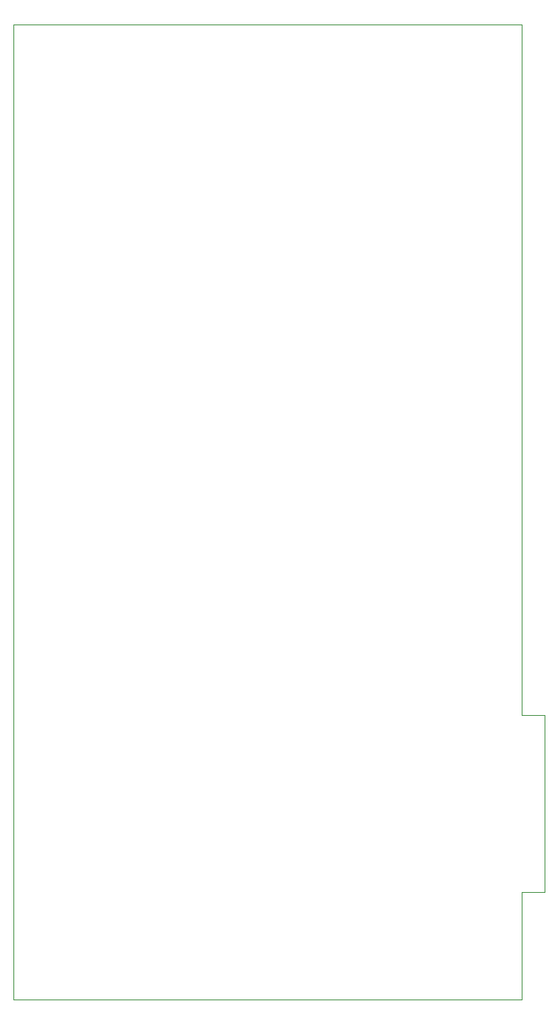
<source format=gbr>
%TF.GenerationSoftware,KiCad,Pcbnew,8.0.8*%
%TF.CreationDate,2025-02-20T18:56:18-05:00*%
%TF.ProjectId,pcb_v3,7063625f-7633-42e6-9b69-6361645f7063,rev?*%
%TF.SameCoordinates,Original*%
%TF.FileFunction,Profile,NP*%
%FSLAX46Y46*%
G04 Gerber Fmt 4.6, Leading zero omitted, Abs format (unit mm)*
G04 Created by KiCad (PCBNEW 8.0.8) date 2025-02-20 18:56:18*
%MOMM*%
%LPD*%
G01*
G04 APERTURE LIST*
%TA.AperFunction,Profile*%
%ADD10C,0.050000*%
%TD*%
G04 APERTURE END LIST*
D10*
X98500000Y-153500000D02*
X98500000Y-155500000D01*
X153000000Y-153500000D02*
X153000000Y-155500000D01*
X98500000Y-51000000D02*
X98500000Y-153500000D01*
X153000000Y-125000000D02*
X153000000Y-51000000D01*
X155500000Y-125000000D02*
X155500000Y-144000000D01*
X153000000Y-144000000D02*
X153000000Y-153500000D01*
X153000000Y-125000000D02*
X155500000Y-125000000D01*
X155500000Y-144000000D02*
X153000000Y-144000000D01*
X153000000Y-155500000D02*
X98500000Y-155500000D01*
X153000000Y-51000000D02*
X98500000Y-51000000D01*
M02*

</source>
